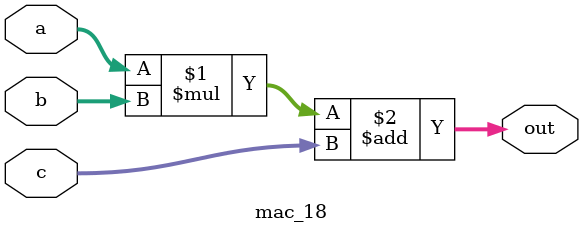
<source format=v>

module mac_18(a, b, c, out);
parameter DATA_WIDTH = 18;  /* declare a parameter. default required */
input [DATA_WIDTH - 1 : 0] a, b, c;
output [DATA_WIDTH - 1 : 0] out;

assign out = a * b + c;

endmodule










</source>
